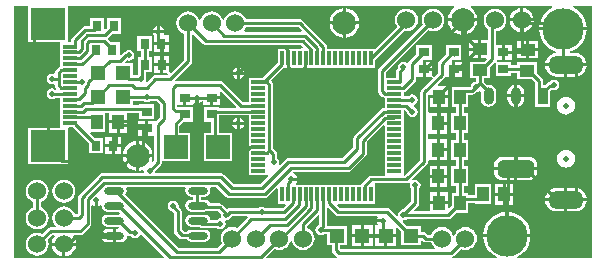
<source format=gtl>
G04*
G04 #@! TF.GenerationSoftware,Altium Limited,Altium Designer,19.1.5 (86)*
G04*
G04 Layer_Physical_Order=1*
G04 Layer_Color=255*
%FSLAX25Y25*%
%MOIN*%
G70*
G01*
G75*
%ADD10C,0.01000*%
%ADD18R,0.03543X0.03150*%
%ADD19R,0.05000X0.05000*%
%ADD20R,0.05118X0.03937*%
%ADD21R,0.03937X0.05118*%
%ADD22R,0.03439X0.05725*%
G04:AMPARAMS|DCode=23|XSize=57.25mil|YSize=34.39mil|CornerRadius=17.19mil|HoleSize=0mil|Usage=FLASHONLY|Rotation=270.000|XOffset=0mil|YOffset=0mil|HoleType=Round|Shape=RoundedRectangle|*
%AMROUNDEDRECTD23*
21,1,0.05725,0.00000,0,0,270.0*
21,1,0.02287,0.03439,0,0,270.0*
1,1,0.03439,0.00000,-0.01143*
1,1,0.03439,0.00000,0.01143*
1,1,0.03439,0.00000,0.01143*
1,1,0.03439,0.00000,-0.01143*
%
%ADD23ROUNDEDRECTD23*%
G04:AMPARAMS|DCode=24|XSize=57.25mil|YSize=123.31mil|CornerRadius=17.18mil|HoleSize=0mil|Usage=FLASHONLY|Rotation=270.000|XOffset=0mil|YOffset=0mil|HoleType=Round|Shape=RoundedRectangle|*
%AMROUNDEDRECTD24*
21,1,0.05725,0.08896,0,0,270.0*
21,1,0.02290,0.12331,0,0,270.0*
1,1,0.03435,-0.04448,-0.01145*
1,1,0.03435,-0.04448,0.01145*
1,1,0.03435,0.04448,0.01145*
1,1,0.03435,0.04448,-0.01145*
%
%ADD24ROUNDEDRECTD24*%
%ADD25R,0.04700X0.01200*%
%ADD26R,0.01200X0.04700*%
%ADD27O,0.06693X0.02362*%
%ADD28R,0.07874X0.07874*%
%ADD29R,0.04724X0.01181*%
%ADD30R,0.11811X0.10630*%
%ADD31R,0.03150X0.03543*%
%ADD46C,0.06000*%
%ADD47C,0.07874*%
%ADD48C,0.13780*%
%ADD49O,0.11811X0.05906*%
%ADD50C,0.01968*%
G36*
X194643Y2208D02*
X169853D01*
X169727Y2708D01*
X170743Y3251D01*
X171944Y4237D01*
X172930Y5438D01*
X173663Y6809D01*
X174114Y8296D01*
X174217Y9342D01*
X158460D01*
X158563Y8296D01*
X159014Y6809D01*
X159747Y5438D01*
X160733Y4237D01*
X161934Y3251D01*
X162950Y2708D01*
X162824Y2208D01*
X148106D01*
X148057Y2708D01*
X148140Y2724D01*
X148566Y3009D01*
X150973Y5416D01*
X151570Y5168D01*
X152559Y5038D01*
X153548Y5168D01*
X154469Y5550D01*
X155260Y6157D01*
X155867Y6948D01*
X156249Y7869D01*
X156379Y8858D01*
X156249Y9847D01*
X155867Y10768D01*
X155260Y11559D01*
X154469Y12167D01*
X153548Y12548D01*
X152559Y12678D01*
X151570Y12548D01*
X150649Y12167D01*
X149858Y11559D01*
X149251Y10768D01*
X148869Y9847D01*
X148375D01*
X147993Y10768D01*
X147386Y11559D01*
X146595Y12167D01*
X145674Y12548D01*
X144685Y12678D01*
X143696Y12548D01*
X142775Y12167D01*
X141984Y11559D01*
X141377Y10768D01*
X141129Y10171D01*
X139938D01*
X139339Y10771D01*
X138913Y11055D01*
X138410Y11155D01*
X137698D01*
Y13130D01*
X132979D01*
X131644Y14465D01*
X131890Y14926D01*
X132581Y15063D01*
X133114Y15420D01*
X146760D01*
X147262Y15520D01*
X147688Y15804D01*
X149258Y17374D01*
X153504D01*
Y20855D01*
X155607D01*
Y20290D01*
X161119D01*
Y26983D01*
X155607D01*
Y23481D01*
X153504D01*
Y24067D01*
X151903D01*
Y26210D01*
X153347D01*
Y32903D01*
X151903D01*
Y35045D01*
X153347D01*
Y41738D01*
X151903D01*
Y43881D01*
X153347D01*
Y50574D01*
X152061D01*
Y52716D01*
X153504D01*
Y56809D01*
X154845D01*
X155347Y56909D01*
X155773Y57194D01*
X156199Y57620D01*
X156828Y57745D01*
X157270Y58040D01*
X157727Y57773D01*
X157680Y57541D01*
Y55254D01*
X157875Y54276D01*
X158429Y53447D01*
X159258Y52893D01*
X160236Y52699D01*
X161214Y52893D01*
X162043Y53447D01*
X162598Y54276D01*
X162792Y55254D01*
Y57541D01*
X162598Y58519D01*
X162043Y59348D01*
X161214Y59902D01*
X160236Y60097D01*
X159653Y59981D01*
X158563Y61071D01*
Y62205D01*
X160596D01*
Y65860D01*
X162160Y67424D01*
X162660Y67217D01*
Y62904D01*
X167779D01*
Y63954D01*
X169843D01*
Y62047D01*
X174679D01*
X175815Y60912D01*
Y57617D01*
X175840Y57490D01*
Y52748D01*
X180853D01*
Y58170D01*
X181234Y58478D01*
X181395Y58371D01*
X182087Y58233D01*
X182778Y58371D01*
X183364Y58762D01*
X183756Y59348D01*
X183893Y60039D01*
X183756Y60731D01*
X183364Y61317D01*
X182778Y61708D01*
X182087Y61846D01*
X181395Y61708D01*
X180809Y61317D01*
X180709Y61167D01*
X180660D01*
X180157Y61067D01*
X179732Y60782D01*
X178997Y60048D01*
X178440D01*
Y61456D01*
X178340Y61958D01*
X178055Y62384D01*
X176535Y63904D01*
Y67559D01*
X169843D01*
Y66579D01*
X167779D01*
Y67628D01*
X163306D01*
X163025Y68128D01*
X163125Y68291D01*
X164719D01*
Y70866D01*
Y73441D01*
X162730D01*
Y77916D01*
X163390Y78003D01*
X164312Y78385D01*
X165103Y78992D01*
X165710Y79783D01*
X166092Y80704D01*
X166222Y81693D01*
X166092Y82682D01*
X165710Y83603D01*
X165103Y84394D01*
X164312Y85001D01*
X163390Y85383D01*
X162402Y85513D01*
X161413Y85383D01*
X160492Y85001D01*
X159700Y84394D01*
X159093Y83603D01*
X158712Y82682D01*
X158581Y81693D01*
X158712Y80704D01*
X159093Y79783D01*
X159700Y78992D01*
X160105Y78681D01*
Y74976D01*
X157789D01*
Y72008D01*
Y69039D01*
X159410D01*
X159601Y68577D01*
X158740Y67716D01*
X153903D01*
Y62205D01*
X155937D01*
Y61181D01*
X155446Y61083D01*
X154860Y60691D01*
X154468Y60105D01*
X154343Y59477D01*
X154301Y59435D01*
X152216D01*
X152090Y59409D01*
X147992D01*
Y52716D01*
X149435D01*
Y50574D01*
X147835D01*
Y43881D01*
X149278D01*
Y41738D01*
X147835D01*
Y35045D01*
X149278D01*
Y32903D01*
X147835D01*
Y26210D01*
X149278D01*
Y24067D01*
X147992D01*
Y19821D01*
X147131Y18960D01*
X146669Y19151D01*
Y20260D01*
X143701D01*
X140732D01*
Y18045D01*
X135712D01*
X135521Y18507D01*
X136755Y19741D01*
X137039Y20167D01*
X137139Y20669D01*
Y25350D01*
X137496Y25883D01*
X137633Y26575D01*
X137496Y27266D01*
X137104Y27852D01*
X136518Y28244D01*
X135827Y28381D01*
X135135Y28244D01*
X134824Y28637D01*
X139708Y33521D01*
X139992Y33946D01*
X140092Y34449D01*
Y34830D01*
X140575Y34872D01*
X140592Y34872D01*
X143043D01*
Y38431D01*
Y41990D01*
X140592D01*
X140575Y41990D01*
X140092Y42032D01*
Y43666D01*
X140575Y43708D01*
X140592Y43708D01*
X143043D01*
Y47267D01*
Y50826D01*
X140592D01*
X140575Y50826D01*
X140092Y50868D01*
Y56696D01*
X140232Y56797D01*
X140612Y56602D01*
X143701D01*
X146669D01*
Y59661D01*
X143421D01*
X143230Y60123D01*
X145482Y62375D01*
X145850Y62691D01*
X148122D01*
Y65266D01*
Y68195D01*
X148049Y68341D01*
X148170Y68504D01*
X151181D01*
Y73228D01*
X146063D01*
Y70360D01*
X143757Y68054D01*
X143472Y67628D01*
X143372Y67126D01*
Y63978D01*
X142027Y62633D01*
X141551Y62864D01*
Y64766D01*
X139279D01*
Y62691D01*
X141378D01*
X141609Y62215D01*
X137851Y58457D01*
X137567Y58032D01*
X137467Y57529D01*
Y34993D01*
X132330Y29856D01*
X132303D01*
X131907Y30109D01*
Y32077D01*
Y36014D01*
Y39951D01*
Y43888D01*
Y47825D01*
Y51662D01*
X132407Y51760D01*
X133049Y51119D01*
X133174Y50490D01*
X133565Y49904D01*
X134151Y49512D01*
X134843Y49375D01*
X135534Y49512D01*
X136120Y49904D01*
X136511Y50490D01*
X136649Y51181D01*
X136511Y51872D01*
X136120Y52458D01*
X135534Y52850D01*
X135309Y52895D01*
Y53404D01*
X135534Y53449D01*
X136120Y53841D01*
X136511Y54427D01*
X136649Y55118D01*
X136511Y55809D01*
X136120Y56395D01*
X135534Y56787D01*
X134843Y56924D01*
X134151Y56787D01*
X133618Y56431D01*
X131907D01*
Y57746D01*
X132392Y57842D01*
X132818Y58127D01*
X135627Y60936D01*
X135912Y61362D01*
X136011Y61864D01*
Y62691D01*
X138279D01*
Y65266D01*
Y68195D01*
X138206Y68341D01*
X138328Y68504D01*
X141339D01*
Y73228D01*
X136221D01*
Y70360D01*
X133771Y67910D01*
X133523Y67540D01*
X133453Y67477D01*
X132953Y67365D01*
X132581Y67614D01*
X131890Y67751D01*
X131199Y67614D01*
X130613Y67222D01*
X130221Y66636D01*
X130083Y65945D01*
X130119Y65768D01*
X129692Y65341D01*
X129407Y64915D01*
X129307Y64413D01*
Y62411D01*
X125996D01*
Y64100D01*
X140146Y78250D01*
X140744Y78003D01*
X141732Y77873D01*
X142721Y78003D01*
X143642Y78385D01*
X144433Y78992D01*
X145041Y79783D01*
X145422Y80704D01*
X145552Y81693D01*
X145422Y82682D01*
X145041Y83603D01*
X144433Y84394D01*
X143642Y85001D01*
X142721Y85383D01*
X141732Y85513D01*
X140744Y85383D01*
X139822Y85001D01*
X139031Y84394D01*
X138424Y83603D01*
X138042Y82682D01*
X137912Y81693D01*
X138042Y80704D01*
X138290Y80107D01*
X123755Y65572D01*
X123470Y65146D01*
X123370Y64644D01*
Y58071D01*
X123470Y57569D01*
X123755Y57143D01*
X124739Y56159D01*
X125165Y55874D01*
X125633Y55781D01*
Y52413D01*
X125327D01*
X124825Y52313D01*
X124399Y52028D01*
X115545Y43174D01*
X115261Y42748D01*
X115161Y42246D01*
Y39261D01*
X111661Y35761D01*
X93504D01*
X93002Y35662D01*
X92576Y35377D01*
X90644Y33445D01*
X90251Y33757D01*
X90389Y34449D01*
X90251Y35140D01*
X89860Y35726D01*
X89748Y35801D01*
Y36933D01*
X89648Y37435D01*
X89364Y37861D01*
X88444Y38781D01*
Y60188D01*
X88344Y60691D01*
X88060Y61116D01*
X87627Y61550D01*
X91837Y65760D01*
X97642D01*
Y65548D01*
X98742D01*
Y68898D01*
X99742D01*
Y65548D01*
X100842D01*
Y65760D01*
X122283D01*
Y68297D01*
X131977Y77991D01*
X132874Y77873D01*
X133863Y78003D01*
X134784Y78385D01*
X135575Y78992D01*
X136182Y79783D01*
X136564Y80704D01*
X136694Y81693D01*
X136564Y82682D01*
X136182Y83603D01*
X135575Y84394D01*
X134784Y85001D01*
X133863Y85383D01*
X132874Y85513D01*
X131885Y85383D01*
X130964Y85001D01*
X130173Y84394D01*
X129566Y83603D01*
X129184Y82682D01*
X129054Y81693D01*
X129184Y80704D01*
X129566Y79783D01*
X129779Y79505D01*
X122626Y72352D01*
X122283Y72035D01*
Y72035D01*
X122283Y72035D01*
X106460D01*
Y72818D01*
X106361Y73321D01*
X106076Y73747D01*
X98186Y81637D01*
X97760Y81921D01*
X97258Y82021D01*
X79343D01*
X79096Y82619D01*
X78489Y83410D01*
X77697Y84017D01*
X76776Y84399D01*
X75787Y84529D01*
X74799Y84399D01*
X73877Y84017D01*
X73086Y83410D01*
X72479Y82619D01*
X72097Y81697D01*
X71603Y81697D01*
X71222Y82619D01*
X70615Y83410D01*
X69823Y84017D01*
X68902Y84399D01*
X67913Y84529D01*
X66925Y84399D01*
X66003Y84017D01*
X65212Y83410D01*
X64605Y82619D01*
X64223Y81697D01*
X63729Y81697D01*
X63348Y82619D01*
X62741Y83410D01*
X61949Y84017D01*
X61028Y84399D01*
X60039Y84529D01*
X59051Y84399D01*
X58129Y84017D01*
X57338Y83410D01*
X56731Y82619D01*
X56349Y81697D01*
X56219Y80709D01*
X56349Y79720D01*
X56731Y78799D01*
X57338Y78008D01*
X58129Y77400D01*
X58727Y77153D01*
Y68457D01*
X54336Y64067D01*
X53837Y64274D01*
X53836Y64346D01*
X53837Y64346D01*
X53836Y64363D01*
Y66255D01*
X51762D01*
Y63983D01*
X53130D01*
X53392Y63483D01*
X53279Y63320D01*
X49213D01*
X48710Y63221D01*
X48284Y62936D01*
X46353Y61005D01*
X45960Y61317D01*
X46098Y62008D01*
X45960Y62699D01*
X45900Y62790D01*
Y64196D01*
X48024D01*
Y69314D01*
X46974D01*
Y71260D01*
X47943D01*
Y76378D01*
X43219D01*
Y71260D01*
X44349D01*
Y69314D01*
X43299D01*
Y65807D01*
X43274Y65680D01*
Y63459D01*
X43067Y63320D01*
X41673D01*
Y67290D01*
X39288D01*
X39096Y67752D01*
X39600Y68255D01*
X39663Y68213D01*
X40354Y68076D01*
X41046Y68213D01*
X41632Y68605D01*
X42023Y69191D01*
X42161Y69882D01*
X42023Y70573D01*
X41632Y71159D01*
X41046Y71551D01*
X40354Y71688D01*
X39663Y71551D01*
X39077Y71159D01*
X39059Y71133D01*
X38868Y71095D01*
X38442Y70810D01*
X37715Y70083D01*
X37253Y70275D01*
Y74235D01*
X34385D01*
X33450Y75171D01*
X33545Y75783D01*
X34927Y77165D01*
X37795D01*
Y82284D01*
X33071D01*
Y79022D01*
X32657Y78608D01*
X32195Y78799D01*
Y82284D01*
X27471D01*
Y79765D01*
X25845D01*
X25343Y79665D01*
X24917Y79381D01*
X21603Y76067D01*
X21319Y75642D01*
X21219Y75139D01*
Y74546D01*
X20760Y74238D01*
X20633Y74213D01*
X20491D01*
X20039Y74331D01*
Y86375D01*
X148745D01*
X148915Y85875D01*
X148054Y85214D01*
X147262Y84183D01*
X146765Y82982D01*
X146661Y82193D01*
X156489D01*
X156385Y82982D01*
X155887Y84183D01*
X155096Y85214D01*
X154235Y85875D01*
X154404Y86375D01*
X181525D01*
X181650Y85875D01*
X180635Y85332D01*
X179434Y84346D01*
X178447Y83145D01*
X177715Y81774D01*
X177264Y80287D01*
X177161Y79240D01*
X192918D01*
X192815Y80287D01*
X192364Y81774D01*
X191631Y83145D01*
X190645Y84346D01*
X189444Y85332D01*
X188428Y85875D01*
X188553Y86375D01*
X194643D01*
Y2208D01*
D02*
G37*
G36*
X97914Y78196D02*
X97723Y77734D01*
X78909D01*
X78662Y78234D01*
X79096Y78799D01*
X79343Y79396D01*
X96714D01*
X97914Y78196D01*
D02*
G37*
G36*
X6654Y74331D02*
X17069D01*
X17520Y74213D01*
Y69488D01*
Y66132D01*
X17271Y66083D01*
X16846Y65798D01*
X16092Y65044D01*
X15807Y64618D01*
X15707Y64116D01*
Y64064D01*
X15207Y63726D01*
X14764Y63814D01*
X14073Y63677D01*
X13487Y63285D01*
X13095Y62699D01*
X12957Y62008D01*
X13095Y61317D01*
X13487Y60731D01*
X14073Y60339D01*
X14764Y60202D01*
X15207Y60290D01*
X15707Y59952D01*
Y59900D01*
X15807Y59398D01*
X16092Y58972D01*
X16202Y58861D01*
X16195Y58843D01*
X15856Y58487D01*
X15455Y58755D01*
X14764Y58893D01*
X14073Y58755D01*
X13487Y58364D01*
X13095Y57778D01*
X12957Y57087D01*
X13095Y56395D01*
X13487Y55809D01*
X14073Y55418D01*
X14764Y55280D01*
X15455Y55418D01*
X15988Y55774D01*
X17520D01*
Y51772D01*
Y47835D01*
X17520Y45866D01*
X17069Y45748D01*
X6654D01*
Y33543D01*
X20039D01*
Y45366D01*
X20039Y45748D01*
X20491Y45866D01*
X21787D01*
X27165Y40487D01*
Y37225D01*
X31890D01*
Y42344D01*
X29022D01*
X27458Y43908D01*
X27665Y44408D01*
X32529D01*
Y50853D01*
X33852D01*
Y48215D01*
X36820D01*
X39789D01*
Y50853D01*
X43701D01*
Y48819D01*
X48819D01*
Y53543D01*
X43701D01*
Y53478D01*
X41673D01*
Y54790D01*
X45035D01*
X45569Y54434D01*
X46260Y54296D01*
X46951Y54434D01*
X47484Y54790D01*
X49653D01*
X50853Y53590D01*
Y49264D01*
X49531Y47943D01*
X49031Y48150D01*
Y48156D01*
X46760D01*
Y45581D01*
Y43006D01*
X48884D01*
Y34993D01*
X48402Y34511D01*
X47978Y34794D01*
X48117Y35129D01*
X48221Y35917D01*
X43807D01*
Y31503D01*
X44596Y31607D01*
X45061Y31800D01*
X45453Y31421D01*
X45529Y31037D01*
X45199Y30537D01*
X31358D01*
X30856Y30437D01*
X30430Y30153D01*
X23678Y23401D01*
X23394Y22975D01*
X23294Y22473D01*
Y17276D01*
X23078Y17061D01*
X22256D01*
X22009Y17658D01*
X21402Y18449D01*
X20611Y19056D01*
X19690Y19438D01*
X18701Y19568D01*
X17712Y19438D01*
X16791Y19056D01*
X16000Y18449D01*
X15393Y17658D01*
X15011Y16737D01*
X14881Y15748D01*
X15011Y14759D01*
X15393Y13838D01*
X15945Y13118D01*
X15819Y12618D01*
X14258D01*
X13756Y12518D01*
X13330Y12233D01*
X11429Y10332D01*
X10831Y10580D01*
X9843Y10710D01*
X8854Y10580D01*
X7932Y10198D01*
X7141Y9591D01*
X6534Y8800D01*
X6153Y7879D01*
X6022Y6890D01*
X6153Y5901D01*
X6534Y4980D01*
X7141Y4189D01*
X7932Y3582D01*
X8854Y3200D01*
X9843Y3070D01*
X10831Y3200D01*
X11752Y3582D01*
X12544Y4189D01*
X13151Y4980D01*
X13532Y5901D01*
X13663Y6890D01*
X13532Y7879D01*
X13285Y8476D01*
X14802Y9992D01*
X15409D01*
X15656Y9493D01*
X15207Y8907D01*
X14804Y7934D01*
X14732Y7390D01*
X22670D01*
X22598Y7934D01*
X22195Y8907D01*
X21745Y9493D01*
X21992Y9992D01*
X24100D01*
X24603Y10092D01*
X25029Y10377D01*
X27503Y12851D01*
X27788Y13277D01*
X27887Y13780D01*
Y19762D01*
X28387Y20029D01*
X28753Y19784D01*
X29028Y19730D01*
Y21654D01*
X30028D01*
Y19730D01*
X30302Y19784D01*
X30806Y20122D01*
X31261Y19845D01*
X31261Y19842D01*
X31413Y19074D01*
X31848Y18423D01*
X32500Y17988D01*
X33268Y17835D01*
X36942D01*
X37428Y17350D01*
X37221Y16850D01*
X33268D01*
X32500Y16697D01*
X31848Y16262D01*
X31413Y15611D01*
X31261Y14842D01*
X31413Y14074D01*
X31848Y13423D01*
X32500Y12988D01*
X33268Y12835D01*
X36827D01*
X37055Y12545D01*
X36842Y12066D01*
X35933D01*
Y9843D01*
Y7619D01*
X37598D01*
X38449Y7788D01*
X39171Y8270D01*
X39653Y8991D01*
X39744Y9449D01*
X39826Y9526D01*
X40309Y9762D01*
X40622Y9700D01*
X40945D01*
X41045Y9550D01*
X41632Y9158D01*
X42323Y9020D01*
X43014Y9158D01*
X43600Y9550D01*
X43969Y10102D01*
X44061Y10177D01*
X44475Y10303D01*
X52108Y2670D01*
X51916Y2208D01*
X2208D01*
Y86375D01*
X6654D01*
Y74331D01*
D02*
G37*
G36*
X65186Y73706D02*
X65612Y73421D01*
X66114Y73321D01*
X97733D01*
X98345Y72710D01*
X98153Y72248D01*
X97642D01*
Y72035D01*
X89981D01*
Y67616D01*
X84775Y62411D01*
X80357D01*
Y57668D01*
Y54462D01*
X78300D01*
X71794Y60967D01*
X71368Y61252D01*
X70866Y61352D01*
X56102D01*
X56026Y61337D01*
X55780Y61798D01*
X60967Y66985D01*
X61252Y67411D01*
X61352Y67913D01*
Y76833D01*
X61852Y77040D01*
X65186Y73706D01*
D02*
G37*
G36*
X76094Y52956D02*
X75902Y52494D01*
X70472D01*
Y52559D01*
X65354D01*
Y47835D01*
X67676D01*
Y44094D01*
X65354D01*
Y34646D01*
X74803D01*
Y44094D01*
X70301D01*
Y47835D01*
X70472D01*
Y49869D01*
X80357D01*
Y45857D01*
Y41920D01*
Y37983D01*
Y34046D01*
Y30109D01*
X86600D01*
X86932Y29733D01*
X84102Y26903D01*
X75347D01*
X72097Y30153D01*
X71672Y30437D01*
X71169Y30537D01*
X49290D01*
X48959Y31037D01*
X49038Y31434D01*
X51125Y33521D01*
X51410Y33946D01*
X51509Y34449D01*
Y34646D01*
X60630D01*
Y44094D01*
X57218D01*
Y46504D01*
X58549Y47835D01*
X61614D01*
Y52559D01*
X58107D01*
X57980Y52584D01*
X56555D01*
X56431Y52709D01*
Y53222D01*
X58555D01*
Y55797D01*
X59555D01*
Y53222D01*
X61827D01*
Y53633D01*
X62327Y53906D01*
X62492Y53873D01*
Y55797D01*
X63492D01*
Y53873D01*
X63766Y53928D01*
X64423Y54366D01*
X64642Y54694D01*
X65142Y54542D01*
Y53222D01*
X67413D01*
Y55797D01*
X67913D01*
Y56297D01*
X70685D01*
Y57711D01*
X71147Y57902D01*
X76094Y52956D01*
D02*
G37*
G36*
X125633Y46368D02*
Y41920D01*
Y37983D01*
Y34046D01*
Y30109D01*
X125237Y29856D01*
X121046D01*
X120544Y29756D01*
X120118Y29471D01*
X118080Y27433D01*
X117796Y27008D01*
X117746Y26759D01*
X96222D01*
X96017Y27259D01*
X96357Y27769D01*
X96412Y28043D01*
X94488D01*
Y29043D01*
X96412D01*
X96357Y29318D01*
X95919Y29974D01*
X95321Y30373D01*
X95240Y30521D01*
X95151Y30944D01*
X95326Y31168D01*
X113587D01*
X114090Y31268D01*
X114516Y31552D01*
X119189Y36225D01*
X119473Y36651D01*
X119573Y37154D01*
Y40962D01*
X125171Y46559D01*
X125633Y46368D01*
D02*
G37*
G36*
X134158Y27266D02*
X134020Y26575D01*
X134158Y25883D01*
X134514Y25350D01*
Y21213D01*
X131827Y18526D01*
X131199Y18401D01*
X130613Y18010D01*
X130221Y17424D01*
X130083Y16732D01*
X129622Y16487D01*
X127465Y18645D01*
X127039Y18929D01*
X126536Y19029D01*
X110764D01*
X109770Y20023D01*
X109961Y20485D01*
X122283D01*
Y26759D01*
X122283D01*
X122353Y27231D01*
X132874D01*
X133376Y27331D01*
X133802Y27615D01*
X134158Y27266D01*
D02*
G37*
G36*
X72891Y22694D02*
X73317Y22409D01*
X73819Y22309D01*
X85630D01*
X86132Y22409D01*
X86558Y22694D01*
X89519Y25655D01*
X89981Y25464D01*
Y20485D01*
X92461D01*
X92652Y20023D01*
X91658Y19029D01*
X85870D01*
X85337Y19385D01*
X84646Y19523D01*
X83954Y19385D01*
X83421Y19029D01*
X74081D01*
X73579Y18929D01*
X73153Y18645D01*
X73097Y18589D01*
X71525Y20160D01*
X71099Y20445D01*
X70597Y20545D01*
X67418D01*
X67405Y20611D01*
X66970Y21262D01*
X66319Y21697D01*
X65551Y21850D01*
X64502D01*
Y22836D01*
X65551D01*
X66319Y22988D01*
X66970Y23423D01*
X67405Y24074D01*
X67558Y24843D01*
X67405Y25611D01*
X67357Y25683D01*
X67593Y26124D01*
X69460D01*
X72891Y22694D01*
D02*
G37*
G36*
X59415Y25683D02*
X59366Y25611D01*
X59213Y24843D01*
X59366Y24074D01*
X59801Y23423D01*
X60452Y22988D01*
X61221Y22836D01*
X61876D01*
Y21850D01*
X61221D01*
X60452Y21697D01*
X59801Y21262D01*
X59366Y20611D01*
X59213Y19842D01*
X59366Y19074D01*
X59801Y18423D01*
X60452Y17988D01*
X61221Y17835D01*
X65551D01*
X65974Y17920D01*
X70053D01*
X71064Y16909D01*
X71028Y16732D01*
X71166Y16041D01*
X71170Y16035D01*
X70869Y15585D01*
X70866Y15586D01*
X70175Y15448D01*
X69642Y15092D01*
X67509D01*
X67405Y15611D01*
X66970Y16262D01*
X66319Y16697D01*
X65551Y16850D01*
X61221D01*
X60452Y16697D01*
X59801Y16262D01*
X59366Y15611D01*
X59213Y14842D01*
X59366Y14074D01*
X59801Y13423D01*
X60452Y12988D01*
X61221Y12835D01*
X63572D01*
X63974Y12567D01*
X64476Y12467D01*
X69642D01*
X70175Y12111D01*
X70866Y11973D01*
X71557Y12111D01*
X72143Y12502D01*
X72535Y13088D01*
X72672Y13780D01*
X72535Y14471D01*
X72531Y14477D01*
X72832Y14927D01*
X72835Y14926D01*
X73526Y15063D01*
X74112Y15455D01*
X74503Y16041D01*
X74563Y16343D01*
X74625Y16404D01*
X79785D01*
X79993Y15904D01*
X76389Y12301D01*
X75792Y12548D01*
X74803Y12678D01*
X73814Y12548D01*
X72893Y12167D01*
X72102Y11559D01*
X71495Y10768D01*
X71113Y9847D01*
X70983Y8858D01*
X71113Y7870D01*
X71361Y7272D01*
X69822Y5734D01*
X56900D01*
X39095Y23539D01*
X39453Y24074D01*
X39606Y24843D01*
X39453Y25611D01*
X39404Y25683D01*
X39640Y26124D01*
X59179D01*
X59415Y25683D01*
D02*
G37*
G36*
X109292Y16788D02*
X109718Y16504D01*
X110220Y16404D01*
X123108D01*
X123375Y15904D01*
X123131Y15538D01*
X123076Y15264D01*
X125000D01*
Y14264D01*
X123076D01*
X123131Y13990D01*
X123269Y13783D01*
X123033Y13342D01*
X122511D01*
Y10343D01*
X126011D01*
X129510D01*
Y12233D01*
X129972Y12424D01*
X131123Y11274D01*
Y6555D01*
X137698D01*
Y7992D01*
X138198Y8199D01*
X138467Y7930D01*
X138892Y7646D01*
X139395Y7546D01*
X141129D01*
X141377Y6948D01*
X141984Y6157D01*
X142515Y5750D01*
X142345Y5250D01*
X110780D01*
X110565Y5465D01*
Y6555D01*
X112998D01*
Y13130D01*
X106460D01*
Y18966D01*
X106922Y19158D01*
X109292Y16788D01*
D02*
G37*
G36*
X103835Y16556D02*
Y13519D01*
X103639Y13480D01*
X103053Y13088D01*
X102662Y12502D01*
X102524Y11811D01*
X102662Y11120D01*
X103053Y10534D01*
X103639Y10142D01*
X104331Y10005D01*
X105022Y10142D01*
X105555Y10498D01*
X106423D01*
Y6555D01*
X107939D01*
Y4921D01*
X108039Y4419D01*
X108324Y3993D01*
X109308Y3009D01*
X109734Y2724D01*
X109817Y2708D01*
X109768Y2208D01*
X86410D01*
X86219Y2670D01*
X88965Y5416D01*
X89562Y5168D01*
X90551Y5038D01*
X91540Y5168D01*
X92461Y5550D01*
X93252Y6157D01*
X93859Y6948D01*
X94241Y7869D01*
X94735D01*
X95117Y6948D01*
X95724Y6157D01*
X96515Y5550D01*
X97436Y5168D01*
X98425Y5038D01*
X99414Y5168D01*
X100335Y5550D01*
X101126Y6157D01*
X101734Y6948D01*
X102115Y7870D01*
X102245Y8858D01*
X102115Y9847D01*
X101734Y10768D01*
X101126Y11559D01*
X100335Y12167D01*
X99738Y12414D01*
Y13111D01*
X103373Y16747D01*
X103835Y16556D01*
D02*
G37*
%LPC*%
G36*
X171760Y85662D02*
Y82193D01*
X175229D01*
X175157Y82737D01*
X174754Y83710D01*
X174113Y84546D01*
X173277Y85187D01*
X172304Y85590D01*
X171760Y85662D01*
D02*
G37*
G36*
X170760D02*
X170216Y85590D01*
X169243Y85187D01*
X168407Y84546D01*
X167766Y83710D01*
X167363Y82737D01*
X167291Y82193D01*
X170760D01*
Y85662D01*
D02*
G37*
G36*
X112705Y85622D02*
Y81209D01*
X117119D01*
X117015Y81998D01*
X116517Y83198D01*
X115726Y84230D01*
X114694Y85021D01*
X113494Y85519D01*
X112705Y85622D01*
D02*
G37*
G36*
X111705D02*
X110916Y85519D01*
X109715Y85021D01*
X108684Y84230D01*
X107892Y83198D01*
X107395Y81998D01*
X107291Y81209D01*
X111705D01*
Y85622D01*
D02*
G37*
G36*
X50697Y79680D02*
Y78256D01*
X52121D01*
X52066Y78530D01*
X51627Y79186D01*
X50971Y79625D01*
X50697Y79680D01*
D02*
G37*
G36*
X49697D02*
X49423Y79625D01*
X48766Y79186D01*
X48328Y78530D01*
X48273Y78256D01*
X49697D01*
Y79680D01*
D02*
G37*
G36*
X175229Y81193D02*
X171760D01*
Y77724D01*
X172304Y77796D01*
X173277Y78199D01*
X174113Y78840D01*
X174754Y79676D01*
X175157Y80649D01*
X175229Y81193D01*
D02*
G37*
G36*
X170760D02*
X167291D01*
X167363Y80649D01*
X167766Y79676D01*
X168407Y78840D01*
X169243Y78199D01*
X170216Y77796D01*
X170760Y77724D01*
Y81193D01*
D02*
G37*
G36*
X156489D02*
X152075D01*
Y76779D01*
X152864Y76883D01*
X154065Y77380D01*
X155096Y78172D01*
X155887Y79203D01*
X156385Y80404D01*
X156489Y81193D01*
D02*
G37*
G36*
X151075D02*
X146661D01*
X146765Y80404D01*
X147262Y79203D01*
X148054Y78172D01*
X149085Y77380D01*
X150286Y76883D01*
X151075Y76779D01*
Y81193D01*
D02*
G37*
G36*
X117119Y80209D02*
X112705D01*
Y75795D01*
X113494Y75899D01*
X114694Y76396D01*
X115726Y77188D01*
X116517Y78219D01*
X117015Y79420D01*
X117119Y80209D01*
D02*
G37*
G36*
X111705D02*
X107291D01*
X107395Y79420D01*
X107892Y78219D01*
X108684Y77188D01*
X109715Y76396D01*
X110916Y75899D01*
X111705Y75795D01*
Y80209D01*
D02*
G37*
G36*
X52121Y77256D02*
X48273D01*
X48328Y76982D01*
X48606Y76565D01*
Y74319D01*
X51181D01*
X53756D01*
Y76591D01*
X52360D01*
X52088Y77091D01*
X52121Y77256D01*
D02*
G37*
G36*
X156789Y74976D02*
X153730D01*
Y72508D01*
X156789D01*
Y74976D01*
D02*
G37*
G36*
X176787Y74819D02*
X173728D01*
Y72350D01*
X176787D01*
Y74819D01*
D02*
G37*
G36*
X172728D02*
X169669D01*
Y72350D01*
X172728D01*
Y74819D01*
D02*
G37*
G36*
X167991Y73441D02*
X165719D01*
Y71366D01*
X167991D01*
Y73441D01*
D02*
G37*
G36*
X53756Y73319D02*
X51681D01*
Y71047D01*
X53756D01*
Y73319D01*
D02*
G37*
G36*
X50681D02*
X48606D01*
Y71047D01*
X50681D01*
Y73319D01*
D02*
G37*
G36*
X156789Y71508D02*
X153730D01*
Y69039D01*
X156789D01*
Y71508D01*
D02*
G37*
G36*
X176787Y71350D02*
X173728D01*
Y68882D01*
X176787D01*
Y71350D01*
D02*
G37*
G36*
X172728D02*
X169669D01*
Y68882D01*
X172728D01*
Y71350D01*
D02*
G37*
G36*
X167991Y70366D02*
X165719D01*
Y68291D01*
X167991D01*
Y70366D01*
D02*
G37*
G36*
X53836Y69526D02*
X51762D01*
Y67255D01*
X53836D01*
Y69526D01*
D02*
G37*
G36*
X50762D02*
X48687D01*
Y67255D01*
X50762D01*
Y69526D01*
D02*
G37*
G36*
X192918Y78240D02*
X177161D01*
X177264Y77193D01*
X177715Y75706D01*
X178447Y74336D01*
X179434Y73134D01*
X180635Y72148D01*
X182006Y71416D01*
X182770Y71184D01*
X182728Y70674D01*
X182039Y70583D01*
X181077Y70185D01*
X180252Y69551D01*
X179618Y68726D01*
X179220Y67764D01*
X179150Y67232D01*
X186024D01*
X192897D01*
X192827Y67764D01*
X192429Y68726D01*
X191796Y69551D01*
X190970Y70185D01*
X190008Y70583D01*
X188976Y70719D01*
X187499D01*
X187425Y71219D01*
X188073Y71416D01*
X189444Y72148D01*
X190645Y73134D01*
X191631Y74336D01*
X192364Y75706D01*
X192815Y77193D01*
X192918Y78240D01*
D02*
G37*
G36*
X141551Y67841D02*
X139279D01*
Y65766D01*
X141551D01*
Y67841D01*
D02*
G37*
G36*
X151394D02*
X149122D01*
Y65766D01*
X151394D01*
Y67841D01*
D02*
G37*
G36*
X50762Y66255D02*
X48687D01*
Y63983D01*
X50762D01*
Y66255D01*
D02*
G37*
G36*
X192897Y66232D02*
X186524D01*
Y62745D01*
X188976D01*
X190008Y62881D01*
X190970Y63279D01*
X191796Y63913D01*
X192429Y64739D01*
X192827Y65700D01*
X192897Y66232D01*
D02*
G37*
G36*
X185524D02*
X179150D01*
X179220Y65700D01*
X179618Y64739D01*
X180252Y63913D01*
X181077Y63279D01*
X182039Y62881D01*
X183071Y62745D01*
X185524D01*
Y66232D01*
D02*
G37*
G36*
X151394Y64766D02*
X149122D01*
Y62691D01*
X151394D01*
Y64766D01*
D02*
G37*
G36*
X169791Y60218D02*
Y56898D01*
X172034D01*
Y57541D01*
X171941Y58251D01*
X171667Y58912D01*
X171231Y59480D01*
X170663Y59916D01*
X170001Y60190D01*
X169791Y60218D01*
D02*
G37*
G36*
X168791D02*
X168581Y60190D01*
X167920Y59916D01*
X167352Y59480D01*
X166916Y58912D01*
X166642Y58251D01*
X166549Y57541D01*
Y56898D01*
X168791D01*
Y60218D01*
D02*
G37*
G36*
X172034Y55898D02*
X169791D01*
Y52578D01*
X170001Y52605D01*
X170663Y52879D01*
X171231Y53315D01*
X171667Y53883D01*
X171941Y54545D01*
X172034Y55254D01*
Y55898D01*
D02*
G37*
G36*
X168791D02*
X166549D01*
Y55254D01*
X166642Y54545D01*
X166916Y53883D01*
X167352Y53315D01*
X167920Y52879D01*
X168581Y52605D01*
X168791Y52578D01*
Y55898D01*
D02*
G37*
G36*
X146669Y55602D02*
X144201D01*
Y52543D01*
X146669D01*
Y55602D01*
D02*
G37*
G36*
X143201D02*
X140732D01*
Y52543D01*
X143201D01*
Y55602D01*
D02*
G37*
G36*
X186024Y56128D02*
X185253Y56026D01*
X184535Y55729D01*
X183918Y55256D01*
X183444Y54639D01*
X183147Y53920D01*
X183045Y53150D01*
X183147Y52379D01*
X183444Y51661D01*
X183918Y51044D01*
X184535Y50570D01*
X185253Y50273D01*
X186024Y50171D01*
X186794Y50273D01*
X187513Y50570D01*
X188129Y51044D01*
X188603Y51661D01*
X188900Y52379D01*
X189002Y53150D01*
X188900Y53920D01*
X188603Y54639D01*
X188129Y55256D01*
X187513Y55729D01*
X186794Y56026D01*
X186024Y56128D01*
D02*
G37*
G36*
X144043Y50826D02*
Y47767D01*
X146512D01*
Y50826D01*
X144043D01*
D02*
G37*
G36*
X146512Y46767D02*
X144043D01*
Y43708D01*
X146512D01*
Y46767D01*
D02*
G37*
G36*
X144043Y41990D02*
Y38931D01*
X146512D01*
Y41990D01*
X144043D01*
D02*
G37*
G36*
X146512Y37931D02*
X144043D01*
Y34872D01*
X146512D01*
Y37931D01*
D02*
G37*
G36*
X173740Y36071D02*
X169791D01*
Y32685D01*
X176480D01*
Y33330D01*
X176387Y34039D01*
X176113Y34701D01*
X175678Y35268D01*
X175110Y35704D01*
X174449Y35978D01*
X173740Y36071D01*
D02*
G37*
G36*
X168791D02*
X164843D01*
X164134Y35978D01*
X163473Y35704D01*
X162905Y35268D01*
X162469Y34701D01*
X162196Y34039D01*
X162102Y33330D01*
Y32685D01*
X168791D01*
Y36071D01*
D02*
G37*
G36*
X186024Y38411D02*
X185253Y38310D01*
X184535Y38012D01*
X183918Y37539D01*
X183444Y36922D01*
X183147Y36204D01*
X183045Y35433D01*
X183147Y34662D01*
X183444Y33944D01*
X183918Y33327D01*
X184535Y32854D01*
X185253Y32556D01*
X186024Y32455D01*
X186794Y32556D01*
X187513Y32854D01*
X188129Y33327D01*
X188603Y33944D01*
X188900Y34662D01*
X189002Y35433D01*
X188900Y36204D01*
X188603Y36922D01*
X188129Y37539D01*
X187513Y38012D01*
X186794Y38310D01*
X186024Y38411D01*
D02*
G37*
G36*
X146512Y33154D02*
X144043D01*
Y30095D01*
X146512D01*
Y33154D01*
D02*
G37*
G36*
X143043D02*
X140575D01*
Y30095D01*
X143043D01*
Y33154D01*
D02*
G37*
G36*
X176480Y31685D02*
X169791D01*
Y28299D01*
X173740D01*
X174449Y28392D01*
X175110Y28666D01*
X175678Y29102D01*
X176113Y29670D01*
X176387Y30331D01*
X176480Y31040D01*
Y31685D01*
D02*
G37*
G36*
X168791D02*
X162102D01*
Y31040D01*
X162196Y30331D01*
X162469Y29670D01*
X162905Y29102D01*
X163473Y28666D01*
X164134Y28392D01*
X164843Y28299D01*
X168791D01*
Y31685D01*
D02*
G37*
G36*
X146512Y29095D02*
X144043D01*
Y26036D01*
X146512D01*
Y29095D01*
D02*
G37*
G36*
X143043D02*
X140575D01*
Y26036D01*
X143043D01*
Y29095D01*
D02*
G37*
G36*
X168379Y27156D02*
X165910D01*
Y24097D01*
X168379D01*
Y27156D01*
D02*
G37*
G36*
X164910D02*
X162442D01*
Y24097D01*
X164910D01*
Y27156D01*
D02*
G37*
G36*
X188976Y25837D02*
X186524D01*
Y22350D01*
X192897D01*
X192827Y22882D01*
X192429Y23844D01*
X191796Y24669D01*
X190970Y25303D01*
X190008Y25701D01*
X188976Y25837D01*
D02*
G37*
G36*
X185524D02*
X183071D01*
X182039Y25701D01*
X181077Y25303D01*
X180252Y24669D01*
X179618Y23844D01*
X179220Y22882D01*
X179150Y22350D01*
X185524D01*
Y25837D01*
D02*
G37*
G36*
X146669Y24319D02*
X144201D01*
Y21260D01*
X146669D01*
Y24319D01*
D02*
G37*
G36*
X143201D02*
X140732D01*
Y21260D01*
X143201D01*
Y24319D01*
D02*
G37*
G36*
X168379Y23097D02*
X165910D01*
Y20038D01*
X168379D01*
Y23097D01*
D02*
G37*
G36*
X164910D02*
X162442D01*
Y20038D01*
X164910D01*
Y23097D01*
D02*
G37*
G36*
X192897Y21350D02*
X186524D01*
Y17864D01*
X188976D01*
X190008Y17999D01*
X190970Y18398D01*
X191796Y19031D01*
X192429Y19857D01*
X192827Y20819D01*
X192897Y21350D01*
D02*
G37*
G36*
X185524D02*
X179150D01*
X179220Y20819D01*
X179618Y19857D01*
X180252Y19031D01*
X181077Y18398D01*
X182039Y17999D01*
X183071Y17864D01*
X185524D01*
Y21350D01*
D02*
G37*
G36*
X166839Y17721D02*
Y10343D01*
X174217D01*
X174114Y11389D01*
X173663Y12876D01*
X172930Y14247D01*
X171944Y15448D01*
X170743Y16434D01*
X169372Y17167D01*
X167885Y17618D01*
X166839Y17721D01*
D02*
G37*
G36*
X165839D02*
X164792Y17618D01*
X163305Y17167D01*
X161934Y16434D01*
X160733Y15448D01*
X159747Y14247D01*
X159014Y12876D01*
X158563Y11389D01*
X158460Y10343D01*
X165839D01*
Y17721D01*
D02*
G37*
G36*
X45760Y48156D02*
X43488D01*
Y46081D01*
X45760D01*
Y48156D01*
D02*
G37*
G36*
X39789Y47215D02*
X37320D01*
Y44156D01*
X39789D01*
Y47215D01*
D02*
G37*
G36*
X36320D02*
X33852D01*
Y44156D01*
X36320D01*
Y47215D01*
D02*
G37*
G36*
X45760Y45081D02*
X43488D01*
Y43006D01*
X45760D01*
Y45081D01*
D02*
G37*
G36*
X37702Y42556D02*
X35628D01*
Y40285D01*
X37702D01*
Y42556D01*
D02*
G37*
G36*
X34628D02*
X32553D01*
Y40285D01*
X34628D01*
Y42556D01*
D02*
G37*
G36*
X37702Y39285D02*
X35628D01*
Y37013D01*
X37702D01*
Y39285D01*
D02*
G37*
G36*
X34628D02*
X32553D01*
Y37013D01*
X34628D01*
Y39285D01*
D02*
G37*
G36*
X43807Y41331D02*
Y36917D01*
X48221D01*
X48117Y37706D01*
X47620Y38907D01*
X46828Y39938D01*
X45797Y40730D01*
X44596Y41227D01*
X43807Y41331D01*
D02*
G37*
G36*
X42807D02*
X42018Y41227D01*
X40817Y40730D01*
X39786Y39938D01*
X38995Y38907D01*
X38497Y37706D01*
X38393Y36917D01*
X42807D01*
Y41331D01*
D02*
G37*
G36*
Y35917D02*
X38393D01*
X38497Y35129D01*
X38995Y33928D01*
X39786Y32896D01*
X40817Y32105D01*
X42018Y31607D01*
X42807Y31503D01*
Y35917D01*
D02*
G37*
G36*
X18701Y28426D02*
X17712Y28296D01*
X16791Y27915D01*
X16000Y27308D01*
X15393Y26516D01*
X15011Y25595D01*
X14881Y24606D01*
X15011Y23618D01*
X15393Y22696D01*
X16000Y21905D01*
X16791Y21298D01*
X17712Y20916D01*
X18701Y20786D01*
X19690Y20916D01*
X20611Y21298D01*
X21402Y21905D01*
X22009Y22696D01*
X22391Y23618D01*
X22521Y24606D01*
X22391Y25595D01*
X22009Y26516D01*
X21402Y27308D01*
X20611Y27915D01*
X19690Y28296D01*
X18701Y28426D01*
D02*
G37*
G36*
X9843D02*
X8854Y28296D01*
X7932Y27915D01*
X7141Y27308D01*
X6534Y26516D01*
X6153Y25595D01*
X6022Y24606D01*
X6153Y23618D01*
X6534Y22696D01*
X7141Y21905D01*
X7932Y21298D01*
X8530Y21051D01*
Y19304D01*
X7932Y19056D01*
X7141Y18449D01*
X6534Y17658D01*
X6153Y16737D01*
X6022Y15748D01*
X6153Y14759D01*
X6534Y13838D01*
X7141Y13047D01*
X7932Y12440D01*
X8854Y12058D01*
X9843Y11928D01*
X10831Y12058D01*
X11752Y12440D01*
X12544Y13047D01*
X13151Y13838D01*
X13532Y14759D01*
X13663Y15748D01*
X13532Y16737D01*
X13151Y17658D01*
X12544Y18449D01*
X11752Y19056D01*
X11155Y19304D01*
Y21051D01*
X11752Y21298D01*
X12544Y21905D01*
X13151Y22696D01*
X13532Y23618D01*
X13663Y24606D01*
X13532Y25595D01*
X13151Y26516D01*
X12544Y27308D01*
X11752Y27915D01*
X10831Y28296D01*
X9843Y28426D01*
D02*
G37*
G36*
X34933Y12066D02*
X33268D01*
X32417Y11897D01*
X31695Y11415D01*
X31213Y10694D01*
X31143Y10343D01*
X34933D01*
Y12066D01*
D02*
G37*
G36*
Y9342D02*
X31143D01*
X31213Y8991D01*
X31695Y8270D01*
X32417Y7788D01*
X33268Y7619D01*
X34933D01*
Y9342D01*
D02*
G37*
G36*
X22670Y6390D02*
X19201D01*
Y2921D01*
X19745Y2993D01*
X20718Y3396D01*
X21554Y4037D01*
X22195Y4873D01*
X22598Y5846D01*
X22670Y6390D01*
D02*
G37*
G36*
X18201D02*
X14732D01*
X14804Y5846D01*
X15207Y4873D01*
X15848Y4037D01*
X16683Y3396D01*
X17657Y2993D01*
X18201Y2921D01*
Y6390D01*
D02*
G37*
G36*
X77272Y65900D02*
Y64476D01*
X78695D01*
X78641Y64751D01*
X78202Y65407D01*
X77546Y65846D01*
X77272Y65900D01*
D02*
G37*
G36*
X76272D02*
X75997Y65846D01*
X75341Y65407D01*
X74902Y64751D01*
X74848Y64476D01*
X76272D01*
Y65900D01*
D02*
G37*
G36*
X78695Y63476D02*
X77272D01*
Y62053D01*
X77546Y62107D01*
X78202Y62546D01*
X78641Y63202D01*
X78695Y63476D01*
D02*
G37*
G36*
X76272D02*
X74848D01*
X74902Y63202D01*
X75341Y62546D01*
X75997Y62107D01*
X76272Y62053D01*
Y63476D01*
D02*
G37*
G36*
X70685Y55297D02*
X68413D01*
Y53222D01*
X70685D01*
Y55297D01*
D02*
G37*
G36*
X77272Y49168D02*
Y47744D01*
X78695D01*
X78641Y48018D01*
X78202Y48675D01*
X77546Y49113D01*
X77272Y49168D01*
D02*
G37*
G36*
X76272D02*
X75997Y49113D01*
X75341Y48675D01*
X74902Y48018D01*
X74848Y47744D01*
X76272D01*
Y49168D01*
D02*
G37*
G36*
X78695Y46744D02*
X77272D01*
Y45320D01*
X77546Y45375D01*
X78202Y45814D01*
X78641Y46470D01*
X78695Y46744D01*
D02*
G37*
G36*
X76272D02*
X74848D01*
X74902Y46470D01*
X75341Y45814D01*
X75997Y45375D01*
X76272Y45320D01*
Y46744D01*
D02*
G37*
G36*
X55118Y21491D02*
X54427Y21354D01*
X53841Y20962D01*
X53449Y20376D01*
X53312Y19685D01*
X53449Y18994D01*
X53841Y18408D01*
X54427Y18016D01*
X54729Y17956D01*
X55274Y17411D01*
Y11327D01*
X55374Y10825D01*
X55659Y10399D01*
X57124Y8933D01*
X57550Y8649D01*
X58052Y8549D01*
X59717D01*
X59801Y8423D01*
X60452Y7988D01*
X61221Y7835D01*
X65551D01*
X66319Y7988D01*
X66970Y8423D01*
X67405Y9075D01*
X67558Y9843D01*
X67405Y10611D01*
X66970Y11262D01*
X66319Y11697D01*
X65551Y11850D01*
X61221D01*
X60452Y11697D01*
X59801Y11262D01*
X59743Y11174D01*
X58596D01*
X57899Y11870D01*
Y17955D01*
X57799Y18457D01*
X57515Y18883D01*
X56889Y19508D01*
X56924Y19685D01*
X56787Y20376D01*
X56395Y20962D01*
X55809Y21354D01*
X55118Y21491D01*
D02*
G37*
G36*
X121610Y13342D02*
X118610D01*
Y10343D01*
X121610D01*
Y13342D01*
D02*
G37*
G36*
X117610D02*
X114610D01*
Y10343D01*
X117610D01*
Y13342D01*
D02*
G37*
G36*
X129510Y9342D02*
X126511D01*
Y6342D01*
X129510D01*
Y9342D01*
D02*
G37*
G36*
X125511D02*
X122511D01*
Y6342D01*
X125511D01*
Y9342D01*
D02*
G37*
G36*
X121610D02*
X118610D01*
Y6342D01*
X121610D01*
Y9342D01*
D02*
G37*
G36*
X117610D02*
X114610D01*
Y6342D01*
X117610D01*
Y9342D01*
D02*
G37*
%LPD*%
D10*
X64476Y13780D02*
X70866D01*
X125000Y10853D02*
Y14764D01*
X110220Y17717D02*
X126536D01*
X131890Y16732D02*
X135827Y20669D01*
Y26575D01*
X62560Y9861D02*
X63189Y9232D01*
Y19232D02*
X70597D01*
X64024Y14232D02*
X64476Y13780D01*
X73097Y16732D02*
X74081Y17717D01*
X70597Y19232D02*
X73097Y16732D01*
X29528Y12776D02*
X33071Y9232D01*
X63189Y19232D02*
Y24232D01*
X22396Y9232D02*
X33071D01*
X58052Y9861D02*
X62560D01*
X20054Y6890D02*
X22396Y9232D01*
X35236Y14232D02*
X37402D01*
X56587Y11327D02*
X58052Y9861D01*
X18701Y6890D02*
X20054D01*
X37402Y14232D02*
X40622Y11012D01*
X55118Y19423D02*
Y19685D01*
X40622Y11012D02*
X42138D01*
X55118Y19423D02*
X56587Y17955D01*
X33071Y9232D02*
X35236D01*
X42138Y11012D02*
X42323Y10827D01*
X56587Y11327D02*
Y17955D01*
X63189Y14232D02*
X64024D01*
X74081Y17717D02*
X84646D01*
X29528Y12776D02*
Y21654D01*
X134411Y9843D02*
X138410D01*
X139395Y8858D01*
X125000Y10853D02*
X126011Y9843D01*
X139395Y8858D02*
X144685D01*
X31358Y29224D02*
X71169D01*
X24606Y22473D02*
X31358Y29224D01*
X24606Y16732D02*
Y22473D01*
X71169Y29224D02*
X74803Y25591D01*
X32098Y27437D02*
X70004D01*
X73819Y23622D01*
X26575Y21913D02*
X32098Y27437D01*
X47244Y31496D02*
X50197Y34449D01*
X26575Y13780D02*
Y21913D01*
X161417Y80709D02*
Y81693D01*
X39370Y57087D02*
X40354Y56102D01*
X50197Y46752D02*
X52165Y48720D01*
X50197Y34449D02*
Y46752D01*
X52165Y48720D02*
Y54134D01*
X50197Y56102D02*
X52165Y54134D01*
X46260Y56102D02*
X50197D01*
X76772Y35449D02*
Y47244D01*
X23622Y33465D02*
X38571D01*
X41524Y36417D01*
X43307D01*
X22256Y34831D02*
X23622Y33465D01*
X18161Y34831D02*
X22256D01*
X13347Y39646D02*
X18161Y34831D01*
X8858Y54134D02*
Y75945D01*
X13347Y80433D01*
X8858Y54134D02*
X13347Y49646D01*
Y39646D02*
Y49646D01*
X186024Y66732D02*
X187210D01*
X189476Y64466D01*
Y24116D02*
Y64466D01*
X187210Y21850D02*
X189476Y24116D01*
X186024Y21850D02*
X187210D01*
X107197Y20739D02*
X110220Y17717D01*
X126536D02*
X134411Y9843D01*
X113587Y32480D02*
X118261Y37154D01*
X94488Y32480D02*
X113587D01*
X85630Y23622D02*
X94488Y32480D01*
X112205Y34449D02*
X116473Y38717D01*
X93504Y34449D02*
X112205D01*
X84646Y25591D02*
X93504Y34449D01*
X94488Y28281D02*
Y28543D01*
X93418Y27211D02*
X94488Y28281D01*
X93418Y23703D02*
Y27211D01*
X93337Y23622D02*
X93418Y23703D01*
X73819Y23622D02*
X85630D01*
X74803Y25591D02*
X84646D01*
X119595Y9843D02*
X126011D01*
X165410Y23597D02*
X166339Y22669D01*
Y9843D02*
Y22669D01*
X169149Y32185D02*
X169291Y32328D01*
Y56398D01*
X171260Y73319D02*
Y81693D01*
Y73319D02*
X172728Y71850D01*
X173228D01*
X172244Y70866D02*
X173228Y71850D01*
X165219Y70866D02*
X172244D01*
X148425Y65266D02*
X148622D01*
X147350Y64191D02*
X148425Y65266D01*
X147350Y60343D02*
Y64191D01*
X143701Y56693D02*
X147350Y60343D01*
X143701Y56102D02*
Y56693D01*
X142717Y69006D02*
Y72835D01*
X151575Y81693D01*
X138976Y65266D02*
X142717Y69006D01*
X138779Y65266D02*
X138976D01*
X128770Y59055D02*
X131890D01*
X134699Y61864D01*
Y66982D01*
X138583Y70866D01*
X138779D01*
X144685Y63435D02*
Y67126D01*
X148425Y70866D01*
X148622D01*
Y69882D02*
Y70866D01*
Y65266D02*
X149697Y66341D01*
X151032D01*
X156699Y72008D01*
X157289D01*
X152451Y76256D02*
X156699Y72008D01*
X152451Y76256D02*
Y80817D01*
X151575Y81693D02*
X152451Y80817D01*
X171260Y81693D02*
X172216Y80736D01*
X183043D01*
X185039Y78740D01*
Y67716D02*
Y78740D01*
Y67716D02*
X186024Y66732D01*
X183000Y21850D02*
X186024D01*
X172665Y32185D02*
X183000Y21850D01*
X169291Y32185D02*
X172665D01*
X169149D02*
X169291D01*
X166879Y29915D02*
X169149Y32185D01*
X166879Y25066D02*
Y29915D01*
X165410Y23597D02*
X166879Y25066D01*
X143543Y20917D02*
X143701Y20760D01*
X143543Y20917D02*
Y29595D01*
Y38431D01*
Y47267D01*
X143701Y47424D01*
Y56102D01*
X138779Y57529D02*
X144685Y63435D01*
X76772Y63976D02*
X85330Y72535D01*
X92502D01*
X93256Y71781D01*
Y68979D02*
Y71781D01*
Y68979D02*
X93337Y68898D01*
X62992Y35433D02*
Y55797D01*
Y35433D02*
X64961Y33465D01*
X76186D01*
X76772Y34050D01*
Y35449D01*
X80611Y39289D01*
X83413D01*
X83494Y39370D01*
X99161Y66014D02*
Y66929D01*
X98407Y65260D02*
X99161Y66014D01*
X94172Y65260D02*
X98407D01*
X93418Y66014D02*
X94172Y65260D01*
X93418Y66014D02*
Y68817D01*
X93337Y68898D02*
X93418Y68817D01*
X91368Y67148D02*
Y68898D01*
X24100Y11305D02*
X26575Y13780D01*
X14258Y11305D02*
X24100D01*
X23622Y15748D02*
X24606Y16732D01*
X43307Y36417D02*
Y38277D01*
X44988Y39959D01*
Y44506D01*
X46063Y45581D01*
X46260D01*
X45185Y46656D02*
X46260Y45581D01*
X37879Y46656D02*
X45185D01*
X36820Y47715D02*
X37879Y46656D01*
X36202Y43038D02*
X36820Y43656D01*
X36202Y40859D02*
Y43038D01*
X35128Y39785D02*
X36202Y40859D01*
X36820Y43656D02*
Y47715D01*
X50197Y74803D02*
Y77756D01*
Y74803D02*
X51181Y73819D01*
X51262Y73738D01*
Y66755D02*
Y73738D01*
X62992Y55797D02*
X67913D01*
X59055D02*
X62992D01*
X55118Y59055D02*
X56102Y60039D01*
X55118Y52165D02*
Y59055D01*
Y52165D02*
X56012Y51272D01*
X57980D01*
X59055Y50197D01*
X26878Y60895D02*
X33897Y67913D01*
X24606Y61024D02*
X24606Y61023D01*
X20669Y61024D02*
X24606D01*
X20669Y61024D02*
X20669Y61024D01*
X26878Y60083D02*
Y60895D01*
X25775Y58980D02*
X26878Y60083D01*
X25775Y57419D02*
Y58980D01*
X14764Y57087D02*
X20669D01*
X20669Y57087D01*
X54134Y62008D02*
X60039Y67913D01*
X49213Y62008D02*
X54134D01*
X60039Y67913D02*
Y80709D01*
X23565Y55209D02*
X25775Y57419D01*
X25484Y54102D02*
X27986D01*
X24532Y53150D02*
X25484Y54102D01*
X24741Y66929D02*
X29291Y71479D01*
X20669Y66929D02*
X24741D01*
X24124Y68988D02*
X26429Y71293D01*
X20760Y68988D02*
X24124D01*
X14764Y62008D02*
X14764Y62008D01*
X70866Y60039D02*
X77756Y53150D01*
X56102Y60039D02*
X70866D01*
X77756Y53150D02*
X83494D01*
X76772Y80709D02*
X97258D01*
X75787Y81693D02*
X76772Y80709D01*
X128770Y61024D02*
X130520D01*
X141732Y79724D02*
Y81693D01*
X124683Y64644D02*
X141732Y81693D01*
X103098Y68979D02*
X103179Y68898D01*
X124683Y58071D02*
Y64644D01*
X125667Y57087D02*
X128770D01*
X132882Y53142D02*
X134843Y51181D01*
X99017Y76421D02*
X103098Y72340D01*
X130520Y61024D02*
X130620Y61124D01*
X128770Y53150D02*
X128778Y53142D01*
X93031Y13489D02*
X99242Y19701D01*
X105148Y68898D02*
Y72818D01*
X81222Y15277D02*
X92290D01*
X97193Y20180D01*
X86378Y60943D02*
X87132Y60188D01*
X97193Y20180D02*
Y23541D01*
X98425Y13655D02*
X103179Y18409D01*
X87132Y38237D02*
X88436Y36933D01*
Y34596D02*
X88582Y34449D01*
X131890Y65683D02*
Y65945D01*
X88436Y34596D02*
Y36933D01*
X87132Y38237D02*
Y60188D01*
X99242Y19701D02*
Y23622D01*
X90551Y8858D02*
X90927D01*
X83494Y61024D02*
X85244D01*
X130620Y64413D02*
X131890Y65683D01*
X130620Y61124D02*
Y64413D01*
X72201Y76421D02*
X99017D01*
X67913Y80709D02*
X72201Y76421D01*
X87308Y13489D02*
X93031D01*
X124683Y58071D02*
X125667Y57087D01*
X83661Y37483D02*
X86378D01*
X128778Y53142D02*
X132882D01*
X86378Y37483D02*
X87132Y38237D01*
X83575Y60943D02*
X86378D01*
X121027Y68898D02*
X132874Y80744D01*
X85244Y61024D02*
X91368Y67148D01*
X82677Y8858D02*
X87308Y13489D01*
X103179Y18409D02*
Y23622D01*
X103098Y68979D02*
Y72340D01*
X97193Y23541D02*
X97274Y23622D01*
X132874Y80744D02*
Y81693D01*
X90927Y8858D02*
X101211Y19142D01*
X97258Y80709D02*
X105148Y72818D01*
X128770Y55118D02*
X134843D01*
X74803Y8858D02*
X81222Y15277D01*
X101211Y19142D02*
Y23622D01*
X98425Y8858D02*
Y13655D01*
X156895Y22168D02*
X158363Y23637D01*
X152196Y22168D02*
X156895D01*
X150748Y20720D02*
X152196Y22168D01*
X156137Y59414D02*
X157250Y60527D01*
X154845Y58122D02*
X156137Y59414D01*
X95224Y20739D02*
Y21654D01*
X92202Y17717D02*
X95224Y20739D01*
X84646Y17717D02*
X92202D01*
X138779Y34449D02*
Y57529D01*
X132874Y28543D02*
X138779Y34449D01*
X119009Y26505D02*
X121046Y28543D01*
X119009Y23703D02*
Y26505D01*
X118927Y23622D02*
X119009Y23703D01*
X121046Y28543D02*
X132874D01*
X146760Y16732D02*
X150748Y20720D01*
X131890Y16732D02*
X146760D01*
X17020Y62008D02*
Y64116D01*
Y59900D02*
Y62008D01*
X14764D02*
X17020D01*
X45581Y73819D02*
X45662Y73738D01*
Y66755D02*
Y73738D01*
X46260Y59055D02*
X49213Y62008D01*
X42254Y59055D02*
X46260D01*
X41419Y59890D02*
X42254Y59055D01*
X40354Y56102D02*
X46260D01*
X44291Y62008D02*
Y62270D01*
X44587Y62565D01*
Y65680D01*
X45662Y66755D01*
X38386Y64003D02*
X40380Y62008D01*
X44291D01*
X29986Y56102D02*
X33773Y59890D01*
X41419D01*
X38386Y56102D02*
X39370Y57087D01*
X20579Y64870D02*
X20669Y64961D01*
X17774Y64870D02*
X20579D01*
X17020Y64116D02*
X17774Y64870D01*
X17020Y59900D02*
X17774Y59146D01*
X20579D01*
X20669Y59055D01*
X161417Y68537D02*
Y80709D01*
X9843Y15748D02*
Y24606D01*
X20669Y72835D02*
X22441D01*
X22532Y72925D01*
Y75139D01*
X25845Y78453D01*
X28758D01*
X29833Y79528D01*
Y79724D01*
X27183Y74735D02*
X32029D01*
X20669Y70866D02*
X20760Y70957D01*
X23565D01*
X24641Y72033D01*
Y74721D01*
X26507Y76587D01*
X32493D01*
X35433Y79528D01*
Y79724D01*
X26429Y71293D02*
Y73981D01*
X32029Y74735D02*
X34891Y71873D01*
X20669Y68898D02*
X20760Y68988D01*
X26429Y73981D02*
X27183Y74735D01*
X34891Y71676D02*
Y71873D01*
X39370Y69882D02*
X40354D01*
X37402Y67913D02*
X39370Y69882D01*
X33897Y67913D02*
X37402D01*
X26075Y52165D02*
X45276D01*
X25091Y51181D02*
X26075Y52165D01*
X20669Y53150D02*
X24532D01*
X20669Y51181D02*
X25091D01*
X45276Y52165D02*
X46260Y51181D01*
X20760Y55209D02*
X23565D01*
X20669Y55118D02*
X20760Y55209D01*
X116473Y38717D02*
Y42246D01*
X125327Y51100D01*
X128689D01*
X128770Y51181D01*
X18701Y15748D02*
X23622D01*
X118261Y37154D02*
Y41506D01*
X125887Y49132D01*
X128689D01*
X128770Y49213D01*
X9843Y6890D02*
X14258Y11305D01*
X66114Y74634D02*
X98277D01*
X60039Y80709D02*
X66114Y74634D01*
X98277D02*
X101130Y71781D01*
Y68979D02*
X101211Y68898D01*
X101130Y68979D02*
Y71781D01*
X55905Y39370D02*
Y47047D01*
X57784Y48925D01*
Y49122D01*
X58858Y50197D01*
X59055D01*
X68898Y51181D02*
X83494D01*
X67913Y50197D02*
X68898Y51181D01*
X67913Y50197D02*
X68988Y49122D01*
Y40461D02*
Y49122D01*
Y40461D02*
X70079Y39370D01*
X20669Y72835D02*
X20760Y72925D01*
X29291Y71479D02*
Y71676D01*
X27986Y54102D02*
X29986Y56102D01*
X20669Y49213D02*
X28314D01*
X29773Y47754D01*
X20669Y47244D02*
X22441D01*
X22532Y47153D01*
Y46977D02*
Y47153D01*
Y46977D02*
X29528Y39981D01*
Y39785D02*
Y39981D01*
X54000Y2634D02*
X84327D01*
X109252Y4921D02*
Y10269D01*
X70366Y4421D02*
X74803Y8858D01*
X56357Y4421D02*
X70366D01*
X36546Y24232D02*
X56357Y4421D01*
X35236Y24232D02*
X36546D01*
X84327Y2634D02*
X90551Y8858D01*
X37402Y19232D02*
X54000Y2634D01*
X35236Y19232D02*
X37402D01*
X107116Y23622D02*
X107197Y23541D01*
Y20739D02*
Y23541D01*
X104331Y11811D02*
Y12073D01*
X105148Y12890D01*
Y23622D01*
X110236Y3937D02*
X147638D01*
X109252Y4921D02*
X110236Y3937D01*
X147638D02*
X152559Y8858D01*
X104331Y11811D02*
X107710D01*
X109252Y10269D01*
X161417Y80709D02*
X162402Y81693D01*
X157841Y64961D02*
X161417Y68537D01*
X157250Y64961D02*
X157841D01*
X150591Y20878D02*
X150748Y20720D01*
X150591Y20878D02*
Y29556D01*
Y38392D01*
Y47227D01*
X150748Y47385D01*
Y56063D01*
X152216Y58122D02*
X154845D01*
X150748Y56653D02*
X152216Y58122D01*
X150748Y56063D02*
Y56653D01*
X157250Y60527D02*
X160236Y57541D01*
Y56398D02*
Y57541D01*
X157250Y60527D02*
Y64961D01*
X181901Y59854D02*
X182087Y60039D01*
X180660Y59854D02*
X181901D01*
X178347Y57541D02*
X180660Y59854D01*
X178347Y56398D02*
Y57541D01*
X172726Y65266D02*
X173189Y64803D01*
X165219Y65266D02*
X172726D01*
X173189Y64803D02*
X173779D01*
X177127Y61456D01*
Y57617D02*
Y61456D01*
Y57617D02*
X178347Y56398D01*
D18*
X138779Y65266D02*
D03*
Y70866D02*
D03*
X148622Y65266D02*
D03*
Y70866D02*
D03*
X165219Y65266D02*
D03*
Y70866D02*
D03*
X67913Y50197D02*
D03*
Y55797D02*
D03*
X59055Y50197D02*
D03*
Y55797D02*
D03*
X46260Y51181D02*
D03*
Y45581D02*
D03*
D19*
X38386Y64003D02*
D03*
X29986D02*
D03*
X126011Y9843D02*
D03*
X134411D02*
D03*
X118110D02*
D03*
X109710D02*
D03*
X38386Y56102D02*
D03*
X29986D02*
D03*
D20*
X157289Y72008D02*
D03*
X157250Y64961D02*
D03*
X173228Y71850D02*
D03*
X173189Y64803D02*
D03*
D21*
X150748Y56063D02*
D03*
X143701Y56102D02*
D03*
X143543Y47267D02*
D03*
X150591Y47227D02*
D03*
X143543Y38431D02*
D03*
X150591Y38392D02*
D03*
X143543Y29595D02*
D03*
X150591Y29556D02*
D03*
X143701Y20760D02*
D03*
X150748Y20720D02*
D03*
X165410Y23597D02*
D03*
X158363Y23637D02*
D03*
X29773Y47754D02*
D03*
X36820Y47715D02*
D03*
D22*
X178347Y56398D02*
D03*
D23*
X169291D02*
D03*
X160236D02*
D03*
D24*
X169291Y32185D02*
D03*
D25*
X83494Y61024D02*
D03*
Y59055D02*
D03*
Y57087D02*
D03*
Y55118D02*
D03*
Y53150D02*
D03*
Y51181D02*
D03*
Y49213D02*
D03*
Y47244D02*
D03*
Y45276D02*
D03*
Y43307D02*
D03*
Y41339D02*
D03*
Y39370D02*
D03*
Y37402D02*
D03*
Y35433D02*
D03*
Y33465D02*
D03*
Y31496D02*
D03*
X128770D02*
D03*
Y33465D02*
D03*
Y35433D02*
D03*
Y37402D02*
D03*
Y39370D02*
D03*
Y41339D02*
D03*
Y43307D02*
D03*
Y45276D02*
D03*
Y47244D02*
D03*
Y49213D02*
D03*
Y51181D02*
D03*
Y53150D02*
D03*
Y55118D02*
D03*
Y57087D02*
D03*
Y59055D02*
D03*
Y61024D02*
D03*
D26*
X91368Y23622D02*
D03*
X93337D02*
D03*
X95305D02*
D03*
X97274D02*
D03*
X99242D02*
D03*
X101211D02*
D03*
X103179D02*
D03*
X105148D02*
D03*
X107116D02*
D03*
X109085D02*
D03*
X111053D02*
D03*
X113022D02*
D03*
X114990D02*
D03*
X116959D02*
D03*
X118927D02*
D03*
X120896D02*
D03*
Y68898D02*
D03*
X118927D02*
D03*
X116959D02*
D03*
X114990D02*
D03*
X113022D02*
D03*
X111053D02*
D03*
X109085D02*
D03*
X107116D02*
D03*
X105148D02*
D03*
X103179D02*
D03*
X101211D02*
D03*
X99242D02*
D03*
X97274D02*
D03*
X95305D02*
D03*
X93337D02*
D03*
X91368D02*
D03*
D27*
X35433Y24843D02*
D03*
Y19842D02*
D03*
Y14842D02*
D03*
Y9843D02*
D03*
X63386Y24843D02*
D03*
Y19842D02*
D03*
Y14842D02*
D03*
Y9843D02*
D03*
D28*
X70079Y39370D02*
D03*
X55905D02*
D03*
D29*
X20669Y47244D02*
D03*
Y49213D02*
D03*
Y51181D02*
D03*
Y57087D02*
D03*
Y59055D02*
D03*
Y61024D02*
D03*
Y62992D02*
D03*
Y72835D02*
D03*
Y70866D02*
D03*
Y68898D02*
D03*
Y66929D02*
D03*
Y64961D02*
D03*
Y55118D02*
D03*
Y53150D02*
D03*
D30*
X13347Y80433D02*
D03*
Y39646D02*
D03*
D31*
X51181Y73819D02*
D03*
X45581D02*
D03*
X45662Y66755D02*
D03*
X51262D02*
D03*
X29528Y39785D02*
D03*
X35128D02*
D03*
X35433Y79724D02*
D03*
X29833D02*
D03*
X29291Y71676D02*
D03*
X34891D02*
D03*
D46*
X18701Y6890D02*
D03*
X144685Y8858D02*
D03*
X90551Y8858D02*
D03*
X141732Y81693D02*
D03*
X98425Y8858D02*
D03*
X67913Y80709D02*
D03*
X75787Y80709D02*
D03*
X74803Y8858D02*
D03*
X82677D02*
D03*
X132874Y81693D02*
D03*
X152559Y8858D02*
D03*
X171260Y81693D02*
D03*
X162402D02*
D03*
X60039Y80709D02*
D03*
X18701Y15748D02*
D03*
Y24606D02*
D03*
X9843Y6890D02*
D03*
Y15748D02*
D03*
Y24606D02*
D03*
D47*
X112205Y80709D02*
D03*
X151575Y81693D02*
D03*
X43307Y36417D02*
D03*
D48*
X185039Y78740D02*
D03*
X166339Y9843D02*
D03*
D49*
X186024Y21850D02*
D03*
Y66732D02*
D03*
D50*
Y35433D02*
D03*
Y53150D02*
D03*
X70866Y13780D02*
D03*
X125000Y14764D02*
D03*
X135827Y26575D02*
D03*
X84646Y17717D02*
D03*
X29528Y21654D02*
D03*
X42323Y10827D02*
D03*
X55118Y19685D02*
D03*
X72835Y16732D02*
D03*
X47244Y31496D02*
D03*
X94488Y28543D02*
D03*
X76772Y63976D02*
D03*
Y47244D02*
D03*
X50197Y77756D02*
D03*
X62992Y55797D02*
D03*
X24606Y61023D02*
D03*
X14764Y57087D02*
D03*
Y62008D02*
D03*
X88582Y34449D02*
D03*
X134843Y55118D02*
D03*
Y51181D02*
D03*
X131890Y65945D02*
D03*
X156137Y59414D02*
D03*
X46260Y56102D02*
D03*
X44291Y62008D02*
D03*
X131890Y16732D02*
D03*
X40354Y69882D02*
D03*
X104331Y11811D02*
D03*
X182087Y60039D02*
D03*
M02*

</source>
